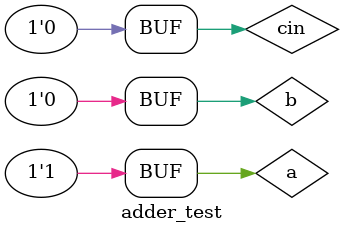
<source format=v>
`timescale 1ns / 1ps

module adder_test(

   );
   
   reg a,b,cin; 
   wire cout,s; 
   adder add(a, b, cin, cout, s); 
   
   initial begin  
        a = 1;
        b = 1;
        cin = 1;
        #100  
        a = 1;
        b = 0;
        cin = 1;
        #100 
        a = 1;
        b = 0;
        cin = 0;
   end
   
endmodule

</source>
